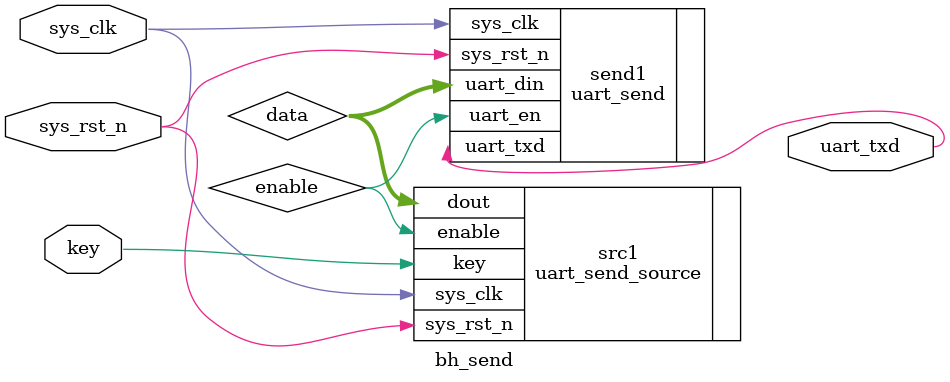
<source format=v>


module bh_send(
  input sys_clk,
  input sys_rst_n,
  input key,
  output uart_txd
);


//-----------------------------------------
// Parameters definition
//-----------------------------------------
wire enable;
wire [7:0] data;


//-----------------------------------------
// Module connect
//-----------------------------------------

uart_send_source src1(
  .sys_clk(sys_clk),
  .sys_rst_n(sys_rst_n),
  .key(key),
  .enable(enable),
  .dout(data)
);


uart_send send1(
  .sys_clk(sys_clk),
  .sys_rst_n(sys_rst_n),
  .uart_en(enable),
  .uart_din(data),
  .uart_txd(uart_txd)
);


endmodule

</source>
